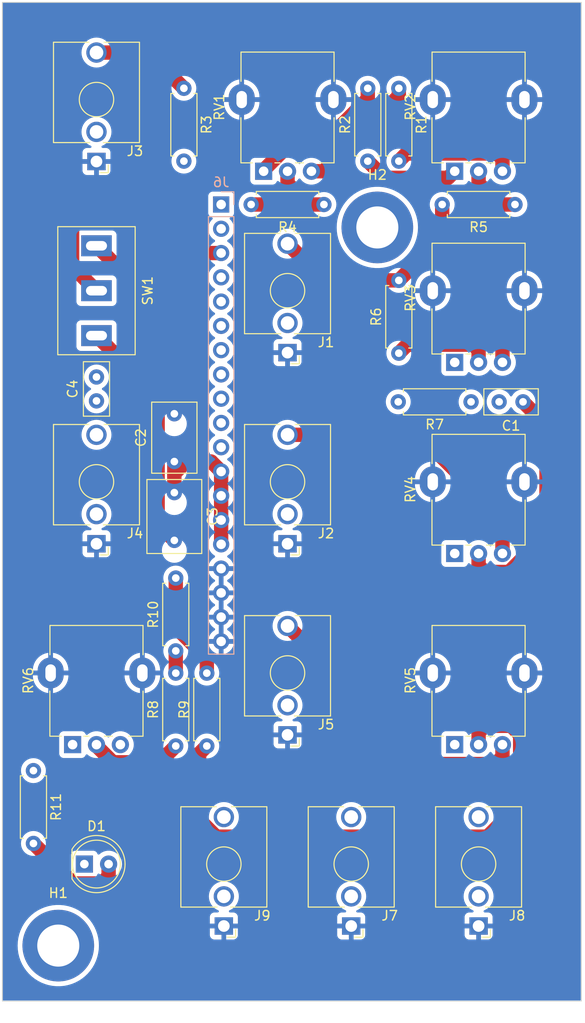
<source format=kicad_pcb>
(kicad_pcb (version 20221018) (generator pcbnew)
  (layers (0 "F.Cu" signal) (31 "B.Cu" signal) (34 "B.Paste" user) (35 "F.Paste" user) (36 "B.SilkS" user "B.Silkscreen") (37 "F.SilkS" user "F.Silkscreen") (38 "B.Mask" user) (39 "F.Mask" user) (44 "Edge.Cuts" user))
  (net 0 "")
  (net 1 "GND")
  (net 2 "Net-(SW1-C)")
  (net 3 "Net-(SW1-A)")
  (net 4 "/LED")
  (net 5 "Chassis")
  (net 6 "Net-(J1-PadT)")
  (net 8 "Net-(J2-PadT)")
  (net 10 "Net-(J3-PadT)")
  (net 12 "/HS")
  (net 14 "Net-(J5-PadT)")
  (net 16 "/CV")
  (net 17 "/FM_LIN")
  (net 18 "/CAP")
  (net 19 "/PWM")
  (net 20 "/PULSE")
  (net 21 "/RAMP")
  (net 22 "/TRI")
  (net 23 "+12V")
  (net 24 "-12V")
  (net 28 "Net-(R1-Pad2)")
  (net 29 "Net-(R2-Pad1)")
  (net 30 "Net-(R4-Pad1)")
  (net 31 "Net-(R5-Pad1)")
  (net 32 "Net-(R6-Pad1)")
  (net 33 "Net-(R8-Pad1)")
  (net 34 "Net-(C1-Pad1)")
  (net 35 "Net-(C1-Pad2)")
  (net 36 "Net-(C4-Pad1)")
  (net 37 "Net-(D1-A)")
  (net 38 "Net-(R10-Pad1)")
  (net 39 "Net-(R9-Pad1)")
  (footprint "0_MountingHole:MountingHole_Pitch7.5mm_Drill3.4mm" (layer "F.Cu") (at 143 70.75)
    (fp_text reference "H2" (at 0 -5.5 unlocked) (layer "F.SilkS"))
    (fp_text value "MNT_STANDOFF")
    (pad "1" thru_hole circle (at 0 0) (size 7.5 7.5) (drill 4.4) (layers "*.Cu" "*.Mask"))
  )
  (footprint "0_MountingHole:MountingHole_Pitch7.5mm_Drill3.4mm" (layer "F.Cu") (at 109.6 145.9)
    (fp_text reference "H1" (at 0 -5.5 unlocked) (layer "F.SilkS"))
    (fp_text value "MNT_STANDOFF")
    (pad "1" thru_hole circle (at 0 0) (size 7.5 7.5) (drill 4.4) (layers "*.Cu" "*.Mask"))
  )
  (footprint "0_Capacitor_THT:C_Disc_D5.5mm_W2.5mm_P2.50mm" (layer "F.Cu") (at 158.25 89 180)
    (fp_text reference "C1" (at 1.25 -2.5) (layer "F.SilkS"))
    (fp_text value "0.1u")
    (fp_line (start -1.6 -1.37) (end -1.6 1.37) (stroke (width 0.12)) (layer "F.SilkS"))
    (fp_line (start -1.6 -1.37) (end 4.1 -1.37) (stroke (width 0.12)) (layer "F.SilkS"))
    (fp_line (start -1.6 1.37) (end 4.1 1.37) (stroke (width 0.12)) (layer "F.SilkS"))
    (fp_line (start 4.1 -1.37) (end 4.1 1.37) (stroke (width 0.12)) (layer "F.SilkS"))
    (pad "1" thru_hole circle (at 0 0 180) (size 1.6 1.6) (drill 0.8) (layers "*.Cu" "*.Mask") (net 34 "Net-(C1-Pad1)"))
    (pad "2" thru_hole circle (at 2.5 0 180) (size 1.6 1.6) (drill 0.8) (layers "*.Cu" "*.Mask") (net 35 "Net-(C1-Pad2)"))
  )
  (footprint "LED_THT:LED_D5.0mm" (layer "F.Cu") (at 112.33 137.37)
    (fp_text reference "D1" (at 1.27 -3.96) (layer "F.SilkS"))
    (fp_text value "LED")
    (fp_line (start -1.29 -1.545) (end -1.29 1.545) (stroke (width 0.12)) (layer "F.SilkS"))
    (fp_arc (start -1.29 -1.54483) (mid 2.072002 -2.880433) (end 4.26 0.000462) (stroke (width 0.12)) (layer "F.SilkS"))
    (fp_arc (start 4.26 -0.000462) (mid 2.072002 2.880433) (end -1.29 1.54483) (stroke (width 0.12)) (layer "F.SilkS"))
    (fp_circle (center 1.27 0) (end 3.77 0) (stroke (width 0.12)) (fill none) (layer "F.SilkS"))
    (pad "1" thru_hole rect (at 0 0) (size 1.8 1.8) (drill 0.9) (layers "*.Cu" "*.Mask") (net 1 "GND"))
    (pad "2" thru_hole circle (at 2.54 0) (size 1.8 1.8) (drill 0.9) (layers "*.Cu" "*.Mask") (net 37 "Net-(D1-A)"))
  )
  (footprint "Connector_Audio:Jack_3.5mm_QingPu_WQP-PJ398SM_Vertical_CircularHoles" (layer "F.Cu") (at 113.6 63.85 180)
    (fp_text reference "J3" (at -4.03 1.08) (layer "F.SilkS"))
    (fp_text value "AudioJack2_SwitchT")
    (fp_line (start -4.5 1.98) (end -4.5 12.48) (stroke (width 0.12)) (layer "F.SilkS"))
    (fp_line (start -1.23 -1.17) (end -1.23 -0.37) (stroke (width 0.12)) (layer "F.SilkS"))
    (fp_line (start -1.23 -1.17) (end -0.37 -1.17) (stroke (width 0.12)) (layer "F.SilkS"))
    (fp_line (start -0.8 12.48) (end -4.5 12.48) (stroke (width 0.12)) (layer "F.SilkS"))
    (fp_line (start -0.72 1.98) (end -4.5 1.98) (stroke (width 0.12)) (layer "F.SilkS"))
    (fp_line (start 4.5 1.98) (end 0.72 1.98) (stroke (width 0.12)) (layer "F.SilkS"))
    (fp_line (start 4.5 1.98) (end 4.5 12.48) (stroke (width 0.12)) (layer "F.SilkS"))
    (fp_line (start 4.5 12.48) (end 0.8 12.48) (stroke (width 0.12)) (layer "F.SilkS"))
    (fp_circle (center 0 6.48) (end 1.8 6.48) (stroke (width 0.12)) (fill none) (layer "F.SilkS"))
    (pad "S" thru_hole rect (at 0 0) (size 1.93 1.83) (drill 1.22) (layers "*.Cu" "*.Mask") (net 5 "Chassis"))
    (pad "T" thru_hole circle (at 0 11.4) (size 2.13 2.13) (drill 1.43) (layers "*.Cu" "*.Mask") (net 10 "Net-(J3-PadT)"))
    (pad "TN" thru_hole circle (at 0 3.1) (size 2.13 2.13) (drill 1.42) (layers "*.Cu" "*.Mask"))
  )
  (footprint "Connector_Audio:Jack_3.5mm_QingPu_WQP-PJ398SM_Vertical_CircularHoles" (layer "F.Cu") (at 133.6 83.85 180)
    (fp_text reference "J1" (at -4.03 1.08) (layer "F.SilkS"))
    (fp_text value "AudioJack2_SwitchT")
    (fp_line (start -4.5 1.98) (end -4.5 12.48) (stroke (width 0.12)) (layer "F.SilkS"))
    (fp_line (start -1.23 -1.17) (end -1.23 -0.37) (stroke (width 0.12)) (layer "F.SilkS"))
    (fp_line (start -1.23 -1.17) (end -0.37 -1.17) (stroke (width 0.12)) (layer "F.SilkS"))
    (fp_line (start -0.8 12.48) (end -4.5 12.48) (stroke (width 0.12)) (layer "F.SilkS"))
    (fp_line (start -0.72 1.98) (end -4.5 1.98) (stroke (width 0.12)) (layer "F.SilkS"))
    (fp_line (start 4.5 1.98) (end 0.72 1.98) (stroke (width 0.12)) (layer "F.SilkS"))
    (fp_line (start 4.5 1.98) (end 4.5 12.48) (stroke (width 0.12)) (layer "F.SilkS"))
    (fp_line (start 4.5 12.48) (end 0.8 12.48) (stroke (width 0.12)) (layer "F.SilkS"))
    (fp_circle (center 0 6.48) (end 1.8 6.48) (stroke (width 0.12)) (fill none) (layer "F.SilkS"))
    (pad "S" thru_hole rect (at 0 0) (size 1.93 1.83) (drill 1.22) (layers "*.Cu" "*.Mask") (net 5 "Chassis"))
    (pad "T" thru_hole circle (at 0 11.4) (size 2.13 2.13) (drill 1.43) (layers "*.Cu" "*.Mask") (net 6 "Net-(J1-PadT)"))
    (pad "TN" thru_hole circle (at 0 3.1) (size 2.13 2.13) (drill 1.42) (layers "*.Cu" "*.Mask"))
  )
  (footprint "Connector_Audio:Jack_3.5mm_QingPu_WQP-PJ398SM_Vertical_CircularHoles" (layer "F.Cu") (at 153.599999 143.85 180)
    (fp_text reference "J8" (at -4.03 1.08) (layer "F.SilkS"))
    (fp_text value "AudioJack2_SwitchT")
    (fp_line (start -4.5 1.98) (end -4.5 12.48) (stroke (width 0.12)) (layer "F.SilkS"))
    (fp_line (start -1.23 -1.17) (end -1.23 -0.37) (stroke (width 0.12)) (layer "F.SilkS"))
    (fp_line (start -1.23 -1.17) (end -0.37 -1.17) (stroke (width 0.12)) (layer "F.SilkS"))
    (fp_line (start -0.8 12.48) (end -4.5 12.48) (stroke (width 0.12)) (layer "F.SilkS"))
    (fp_line (start -0.72 1.98) (end -4.5 1.98) (stroke (width 0.12)) (layer "F.SilkS"))
    (fp_line (start 4.5 1.98) (end 0.72 1.98) (stroke (width 0.12)) (layer "F.SilkS"))
    (fp_line (start 4.5 1.98) (end 4.5 12.48) (stroke (width 0.12)) (layer "F.SilkS"))
    (fp_line (start 4.5 12.48) (end 0.8 12.48) (stroke (width 0.12)) (layer "F.SilkS"))
    (fp_circle (center 0 6.48) (end 1.8 6.48) (stroke (width 0.12)) (fill none) (layer "F.SilkS"))
    (pad "S" thru_hole rect (at 0 0) (size 1.93 1.83) (drill 1.22) (layers "*.Cu" "*.Mask") (net 5 "Chassis"))
    (pad "T" thru_hole circle (at 0 11.4) (size 2.13 2.13) (drill 1.43) (layers "*.Cu" "*.Mask") (net 21 "/RAMP"))
    (pad "TN" thru_hole circle (at 0 3.1) (size 2.13 2.13) (drill 1.42) (layers "*.Cu" "*.Mask"))
  )
  (footprint "Resistor_THT:R_Axial_DIN0207_L6.3mm_D2.5mm_P7.62mm_Horizontal" (layer "F.Cu") (at 121.9 125.01 90)
    (fp_text reference "R8" (at 3.81 -2.37 90) (layer "F.SilkS"))
    (fp_text value "15k")
    (fp_line (start 0.54 -1.37) (end 7.08 -1.37) (stroke (width 0.12)) (layer "F.SilkS"))
    (fp_line (start 0.54 -1.04) (end 0.54 -1.37) (stroke (width 0.12)) (layer "F.SilkS"))
    (fp_line (start 0.54 1.04) (end 0.54 1.37) (stroke (width 0.12)) (layer "F.SilkS"))
    (fp_line (start 0.54 1.37) (end 7.08 1.37) (stroke (width 0.12)) (layer "F.SilkS"))
    (fp_line (start 7.08 -1.37) (end 7.08 -1.04) (stroke (width 0.12)) (layer "F.SilkS"))
    (fp_line (start 7.08 1.37) (end 7.08 1.04) (stroke (width 0.12)) (layer "F.SilkS"))
    (pad "1" thru_hole circle (at 0 0 90) (size 1.6 1.6) (drill 0.8) (layers "*.Cu" "*.Mask") (net 33 "Net-(R8-Pad1)"))
    (pad "2" thru_hole oval (at 7.62 0 90) (size 1.6 1.6) (drill 0.8) (layers "*.Cu" "*.Mask") (net 38 "Net-(R10-Pad1)"))
  )
  (footprint "0_Capacitor_THT:C_Rect_L7.5mm_W5.5mm_P5.00mm" (layer "F.Cu") (at 121.75 98.5 -90)
    (fp_text reference "C3" (at 2.5 -4 -90) (layer "F.SilkS"))
    (fp_text value "10n")
    (fp_line (start -1.37 -2.87) (end -1.37 2.87) (stroke (width 0.12)) (layer "F.SilkS"))
    (fp_line (start -1.37 -2.87) (end 6.37 -2.87) (stroke (width 0.12)) (layer "F.SilkS"))
    (fp_line (start -1.37 2.87) (end 6.37 2.87) (stroke (width 0.12)) (layer "F.SilkS"))
    (fp_line (start 6.37 -2.87) (end 6.37 2.87) (stroke (width 0.12)) (layer "F.SilkS"))
    (pad "1" thru_hole circle (at 0 0 270) (size 1.6 1.6) (drill 0.8) (layers "*.Cu" "*.Mask") (net 1 "GND"))
    (pad "2" thru_hole circle (at 5 0 270) (size 1.6 1.6) (drill 0.8) (layers "*.Cu" "*.Mask") (net 3 "Net-(SW1-A)"))
  )
  (footprint "Connector_Audio:Jack_3.5mm_QingPu_WQP-PJ398SM_Vertical_CircularHoles" (layer "F.Cu") (at 113.6 103.85 180)
    (fp_text reference "J4" (at -4.03 1.08) (layer "F.SilkS"))
    (fp_text value "AudioJack2_SwitchT")
    (fp_line (start -4.5 1.98) (end -4.5 12.48) (stroke (width 0.12)) (layer "F.SilkS"))
    (fp_line (start -1.23 -1.17) (end -1.23 -0.37) (stroke (width 0.12)) (layer "F.SilkS"))
    (fp_line (start -1.23 -1.17) (end -0.37 -1.17) (stroke (width 0.12)) (layer "F.SilkS"))
    (fp_line (start -0.8 12.48) (end -4.5 12.48) (stroke (width 0.12)) (layer "F.SilkS"))
    (fp_line (start -0.72 1.98) (end -4.5 1.98) (stroke (width 0.12)) (layer "F.SilkS"))
    (fp_line (start 4.5 1.98) (end 0.72 1.98) (stroke (width 0.12)) (layer "F.SilkS"))
    (fp_line (start 4.5 1.98) (end 4.5 12.48) (stroke (width 0.12)) (layer "F.SilkS"))
    (fp_line (start 4.5 12.48) (end 0.8 12.48) (stroke (width 0.12)) (layer "F.SilkS"))
    (fp_circle (center 0 6.48) (end 1.8 6.48) (stroke (width 0.12)) (fill none) (layer "F.SilkS"))
    (pad "S" thru_hole rect (at 0 0) (size 1.93 1.83) (drill 1.22) (layers "*.Cu" "*.Mask") (net 5 "Chassis"))
    (pad "T" thru_hole circle (at 0 11.4) (size 2.13 2.13) (drill 1.43) (layers "*.Cu" "*.Mask") (net 36 "Net-(C4-Pad1)"))
    (pad "TN" thru_hole circle (at 0 3.1) (size 2.13 2.13) (drill 1.42) (layers "*.Cu" "*.Mask"))
  )
  (footprint "Connector_Audio:Jack_3.5mm_QingPu_WQP-PJ398SM_Vertical_CircularHoles" (layer "F.Cu") (at 140.266666 143.85 180)
    (fp_text reference "J7" (at -4.03 1.08) (layer "F.SilkS"))
    (fp_text value "AudioJack2_SwitchT")
    (fp_line (start -4.5 1.98) (end -4.5 12.48) (stroke (width 0.12)) (layer "F.SilkS"))
    (fp_line (start -1.23 -1.17) (end -1.23 -0.37) (stroke (width 0.12)) (layer "F.SilkS"))
    (fp_line (start -1.23 -1.17) (end -0.37 -1.17) (stroke (width 0.12)) (layer "F.SilkS"))
    (fp_line (start -0.8 12.48) (end -4.5 12.48) (stroke (width 0.12)) (layer "F.SilkS"))
    (fp_line (start -0.72 1.98) (end -4.5 1.98) (stroke (width 0.12)) (layer "F.SilkS"))
    (fp_line (start 4.5 1.98) (end 0.72 1.98) (stroke (width 0.12)) (layer "F.SilkS"))
    (fp_line (start 4.5 1.98) (end 4.5 12.48) (stroke (width 0.12)) (layer "F.SilkS"))
    (fp_line (start 4.5 12.48) (end 0.8 12.48) (stroke (width 0.12)) (layer "F.SilkS"))
    (fp_circle (center 0 6.48) (end 1.8 6.48) (stroke (width 0.12)) (fill none) (layer "F.SilkS"))
    (pad "S" thru_hole rect (at 0 0) (size 1.93 1.83) (drill 1.22) (layers "*.Cu" "*.Mask") (net 5 "Chassis"))
    (pad "T" thru_hole circle (at 0 11.4) (size 2.13 2.13) (drill 1.43) (layers "*.Cu" "*.Mask") (net 20 "/PULSE"))
    (pad "TN" thru_hole circle (at 0 3.1) (size 2.13 2.13) (drill 1.42) (layers "*.Cu" "*.Mask"))
  )
  (footprint "Resistor_THT:R_Axial_DIN0207_L6.3mm_D2.5mm_P7.62mm_Horizontal" (layer "F.Cu") (at 137.41 68.35 180)
    (fp_text reference "R4" (at 3.81 -2.37) (layer "F.SilkS"))
    (fp_text value "100k")
    (fp_line (start 0.54 -1.37) (end 7.08 -1.37) (stroke (width 0.12)) (layer "F.SilkS"))
    (fp_line (start 0.54 -1.04) (end 0.54 -1.37) (stroke (width 0.12)) (layer "F.SilkS"))
    (fp_line (start 0.54 1.04) (end 0.54 1.37) (stroke (width 0.12)) (layer "F.SilkS"))
    (fp_line (start 0.54 1.37) (end 7.08 1.37) (stroke (width 0.12)) (layer "F.SilkS"))
    (fp_line (start 7.08 -1.37) (end 7.08 -1.04) (stroke (width 0.12)) (layer "F.SilkS"))
    (fp_line (start 7.08 1.37) (end 7.08 1.04) (stroke (width 0.12)) (layer "F.SilkS"))
    (pad "1" thru_hole circle (at 0 0 180) (size 1.6 1.6) (drill 0.8) (layers "*.Cu" "*.Mask") (net 30 "Net-(R4-Pad1)"))
    (pad "2" thru_hole oval (at 7.62 0 180) (size 1.6 1.6) (drill 0.8) (layers "*.Cu" "*.Mask") (net 16 "/CV"))
  )
  (footprint "0_Potentiometer_THT:Potentiometer_Alpha_RD901F-40-00D_Single_Vertical_MP" (layer "F.Cu") (at 111.1 124.87 90)
    (fp_text reference "RV6" (at 6.71 -4.64 90) (layer "F.SilkS"))
    (fp_text value "10k")
    (fp_line (start 0.88 -2.38) (end 5.6 -2.38) (stroke (width 0.12)) (layer "F.SilkS"))
    (fp_line (start 0.88 -1.19) (end 0.88 -2.37) (stroke (width 0.12)) (layer "F.SilkS"))
    (fp_line (start 0.88 1.71) (end 0.88 1.18) (stroke (width 0.12)) (layer "F.SilkS"))
    (fp_line (start 0.88 4.16) (end 0.88 3.33) (stroke (width 0.12)) (layer "F.SilkS"))
    (fp_line (start 0.88 7.37) (end 0.88 5.88) (stroke (width 0.12)) (layer "F.SilkS"))
    (fp_line (start 0.88 7.37) (end 5.6 7.37) (stroke (width 0.12)) (layer "F.SilkS"))
    (fp_line (start 9.41 -2.37) (end 12.47 -2.37) (stroke (width 0.12)) (layer "F.SilkS"))
    (fp_line (start 9.41 7.37) (end 12.47 7.37) (stroke (width 0.12)) (layer "F.SilkS"))
    (fp_line (start 12.47 7.37) (end 12.47 -2.37) (stroke (width 0.12)) (layer "F.SilkS"))
    (pad "1" thru_hole rect (at 0 0 180) (size 1.8 1.8) (drill 1) (layers "*.Cu" "*.Mask") (net 24 "-12V"))
    (pad "2" thru_hole circle (at 0 2.5 180) (size 1.8 1.8) (drill 1) (layers "*.Cu" "*.Mask") (net 33 "Net-(R8-Pad1)"))
    (pad "3" thru_hole circle (at 0 5 180) (size 1.8 1.8) (drill 1) (layers "*.Cu" "*.Mask") (net 23 "+12V"))
    (pad "MP" thru_hole oval (at 7.5 -2.3 180) (size 2.72 3.24) (drill oval 1.1 1.8) (layers "*.Cu" "*.Mask") (net 5 "Chassis"))
    (pad "MP" thru_hole oval (at 7.5 7.3 180) (size 2.72 3.24) (drill oval 1.1 1.8) (layers "*.Cu" "*.Mask") (net 5 "Chassis"))
  )
  (footprint "Resistor_THT:R_Axial_DIN0207_L6.3mm_D2.5mm_P7.62mm_Horizontal" (layer "F.Cu") (at 125.15 125.01 90)
    (fp_text reference "R9" (at 3.81 -2.37 90) (layer "F.SilkS"))
    (fp_text value "100k")
    (fp_line (start 0.54 -1.37) (end 7.08 -1.37) (stroke (width 0.12)) (layer "F.SilkS"))
    (fp_line (start 0.54 -1.04) (end 0.54 -1.37) (stroke (width 0.12)) (layer "F.SilkS"))
    (fp_line (start 0.54 1.04) (end 0.54 1.37) (stroke (width 0.12)) (layer "F.SilkS"))
    (fp_line (start 0.54 1.37) (end 7.08 1.37) (stroke (width 0.12)) (layer "F.SilkS"))
    (fp_line (start 7.08 -1.37) (end 7.08 -1.04) (stroke (width 0.12)) (layer "F.SilkS"))
    (fp_line (start 7.08 1.37) (end 7.08 1.04) (stroke (width 0.12)) (layer "F.SilkS"))
    (pad "1" thru_hole circle (at 0 0 90) (size 1.6 1.6) (drill 0.8) (layers "*.Cu" "*.Mask") (net 39 "Net-(R9-Pad1)"))
    (pad "2" thru_hole oval (at 7.62 0 90) (size 1.6 1.6) (drill 0.8) (layers "*.Cu" "*.Mask") (net 19 "/PWM"))
  )
  (footprint "Resistor_THT:R_Axial_DIN0207_L6.3mm_D2.5mm_P7.62mm_Horizontal" (layer "F.Cu") (at 152.81 89 180)
    (fp_text reference "R7" (at 3.81 -2.37) (layer "F.SilkS"))
    (fp_text value "1M")
    (fp_line (start 0.54 -1.37) (end 7.08 -1.37) (stroke (width 0.12)) (layer "F.SilkS"))
    (fp_line (start 0.54 -1.04) (end 0.54 -1.37) (stroke (width 0.12)) (layer "F.SilkS"))
    (fp_line (start 0.54 1.04) (end 0.54 1.37) (stroke (width 0.12)) (layer "F.SilkS"))
    (fp_line (start 0.54 1.37) (end 7.08 1.37) (stroke (width 0.12)) (layer "F.SilkS"))
    (fp_line (start 7.08 -1.37) (end 7.08 -1.04) (stroke (width 0.12)) (layer "F.SilkS"))
    (fp_line (start 7.08 1.37) (end 7.08 1.04) (stroke (width 0.12)) (layer "F.SilkS"))
    (pad "1" thru_hole circle (at 0 0 180) (size 1.6 1.6) (drill 0.8) (layers "*.Cu" "*.Mask") (net 35 "Net-(C1-Pad2)"))
    (pad "2" thru_hole oval (at 7.62 0 180) (size 1.6 1.6) (drill 0.8) (layers "*.Cu" "*.Mask") (net 17 "/FM_LIN"))
  )
  (footprint "Resistor_THT:R_Axial_DIN0207_L6.3mm_D2.5mm_P7.62mm_Horizontal" (layer "F.Cu") (at 107 127.59 -90)
    (fp_text reference "R11" (at 3.81 -2.37 90) (layer "F.SilkS"))
    (fp_text value "33k")
    (fp_line (start 0.54 -1.37) (end 7.08 -1.37) (stroke (width 0.12)) (layer "F.SilkS"))
    (fp_line (start 0.54 -1.04) (end 0.54 -1.37) (stroke (width 0.12)) (layer "F.SilkS"))
    (fp_line (start 0.54 1.04) (end 0.54 1.37) (stroke (width 0.12)) (layer "F.SilkS"))
    (fp_line (start 0.54 1.37) (end 7.08 1.37) (stroke (width 0.12)) (layer "F.SilkS"))
    (fp_line (start 7.08 -1.37) (end 7.08 -1.04) (stroke (width 0.12)) (layer "F.SilkS"))
    (fp_line (start 7.08 1.37) (end 7.08 1.04) (stroke (width 0.12)) (layer "F.SilkS"))
    (pad "1" thru_hole circle (at 0 0 270) (size 1.6 1.6) (drill 0.8) (layers "*.Cu" "*.Mask") (net 4 "/LED"))
    (pad "2" thru_hole oval (at 7.62 0 270) (size 1.6 1.6) (drill 0.8) (layers "*.Cu" "*.Mask") (net 37 "Net-(D1-A)"))
  )
  (footprint "0_Capacitor_THT:C_Rect_L7.2mm_W4.5mm_P5.00mm" (layer "F.Cu") (at 121.75 95.25 90)
    (fp_text reference "C2" (at 2.5 -3.5 90) (layer "F.SilkS"))
    (fp_text value "1n")
    (fp_line (start -1.22 -2.37) (end -1.22 2.37) (stroke (width 0.12)) (layer "F.SilkS"))
    (fp_line (start -1.22 -2.37) (end 6.22 -2.37) (stroke (width 0.12)) (layer "F.SilkS"))
    (fp_line (start -1.22 2.37) (end 6.22 2.37) (stroke (width 0.12)) (layer "F.SilkS"))
    (fp_line (start 6.22 -2.37) (end 6.22 2.37) (stroke (width 0.12)) (layer "F.SilkS"))
    (pad "1" thru_hole circle (at 0 0 90) (size 1.6 1.6) (drill 0.8) (layers "*.Cu" "*.Mask") (net 1 "GND"))
    (pad "2" thru_hole circle (at 5 0 90) (size 1.6 1.6) (drill 0.8) (layers "*.Cu" "*.Mask") (net 2 "Net-(SW1-C)"))
  )
  (footprint "Resistor_THT:R_Axial_DIN0207_L6.3mm_D2.5mm_P7.62mm_Horizontal" (layer "F.Cu") (at 121.9 115.06 90)
    (fp_text reference "R10" (at 3.81 -2.37 90) (layer "F.SilkS"))
    (fp_text value "100k")
    (fp_line (start 0.54 -1.37) (end 7.08 -1.37) (stroke (width 0.12)) (layer "F.SilkS"))
    (fp_line (start 0.54 -1.04) (end 0.54 -1.37) (stroke (width 0.12)) (layer "F.SilkS"))
    (fp_line (start 0.54 1.04) (end 0.54 1.37) (stroke (width 0.12)) (layer "F.SilkS"))
    (fp_line (start 0.54 1.37) (end 7.08 1.37) (stroke (width 0.12)) (layer "F.SilkS"))
    (fp_line (start 7.08 -1.37) (end 7.08 -1.04) (stroke (width 0.12)) (layer "F.SilkS"))
    (fp_line (start 7.08 1.37) (end 7.08 1.04) (stroke (width 0.12)) (layer "F.SilkS"))
    (pad "1" thru_hole circle (at 0 0 90) (size 1.6 1.6) (drill 0.8) (layers "*.Cu" "*.Mask") (net 38 "Net-(R10-Pad1)"))
    (pad "2" thru_hole oval (at 7.62 0 90) (size 1.6 1.6) (drill 0.8) (layers "*.Cu" "*.Mask") (net 19 "/PWM"))
  )
  (footprint "0_Capacitor_THT:C_Disc_D5.5mm_W2.5mm_P2.50mm" (layer "F.Cu") (at 113.6 88.9 90)
    (fp_text reference "C4" (at 1.25 -2.5 90) (layer "F.SilkS"))
    (fp_text value "1n")
    (fp_line (start -1.6 -1.37) (end -1.6 1.37) (stroke (width 0.12)) (layer "F.SilkS"))
    (fp_line (start -1.6 -1.37) (end 4.1 -1.37) (stroke (width 0.12)) (layer "F.SilkS"))
    (fp_line (start -1.6 1.37) (end 4.1 1.37) (stroke (width 0.12)) (layer "F.SilkS"))
    (fp_line (start 4.1 -1.37) (end 4.1 1.37) (stroke (width 0.12)) (layer "F.SilkS"))
    (pad "1" thru_hole circle (at 0 0 90) (size 1.6 1.6) (drill 0.8) (layers "*.Cu" "*.Mask") (net 36 "Net-(C4-Pad1)"))
    (pad "2" thru_hole circle (at 2.5 0 90) (size 1.6 1.6) (drill 0.8) (layers "*.Cu" "*.Mask") (net 12 "/HS"))
  )
  (footprint "Resistor_THT:R_Axial_DIN0207_L6.3mm_D2.5mm_P7.62mm_Horizontal" (layer "F.Cu") (at 157.41 68.35 180)
    (fp_text reference "R5" (at 3.81 -2.37) (layer "F.SilkS"))
    (fp_text value "220k")
    (fp_line (start 0.54 -1.37) (end 7.08 -1.37) (stroke (width 0.12)) (layer "F.SilkS"))
    (fp_line (start 0.54 -1.04) (end 0.54 -1.37) (stroke (width 0.12)) (layer "F.SilkS"))
    (fp_line (start 0.54 1.04) (end 0.54 1.37) (stroke (width 0.12)) (layer "F.SilkS"))
    (fp_line (start 0.54 1.37) (end 7.08 1.37) (stroke (width 0.12)) (layer "F.SilkS"))
    (fp_line (start 7.08 -1.37) (end 7.08 -1.04) (stroke (width 0.12)) (layer "F.SilkS"))
    (fp_line (start 7.08 1.37) (end 7.08 1.04) (stroke (width 0.12)) (layer "F.SilkS"))
    (pad "1" thru_hole circle (at 0 0 180) (size 1.6 1.6) (drill 0.8) (layers "*.Cu" "*.Mask") (net 31 "Net-(R5-Pad1)"))
    (pad "2" thru_hole oval (at 7.62 0 180) (size 1.6 1.6) (drill 0.8) (layers "*.Cu" "*.Mask") (net 16 "/CV"))
  )
  (footprint "Resistor_THT:R_Axial_DIN0207_L6.3mm_D2.5mm_P7.62mm_Horizontal" (layer "F.Cu") (at 145.25 56.19 -90)
    (fp_text reference "R1" (at 3.81 -2.37 90) (layer "F.SilkS"))
    (fp_text value "100k")
    (fp_line (start 0.54 -1.37) (end 7.08 -1.37) (stroke (width 0.12)) (layer "F.SilkS"))
    (fp_line (start 0.54 -1.04) (end 0.54 -1.37) (stroke (width 0.12)) (layer "F.SilkS"))
    (fp_line (start 0.54 1.04) (end 0.54 1.37) (stroke (width 0.12)) (layer "F.SilkS"))
    (fp_line (start 0.54 1.37) (end 7.08 1.37) (stroke (width 0.12)) (layer "F.SilkS"))
    (fp_line (start 7.08 -1.37) (end 7.08 -1.04) (stroke (width 0.12)) (layer "F.SilkS"))
    (fp_line (start 7.08 1.37) (end 7.08 1.04) (stroke (width 0.12)) (layer "F.SilkS"))
    (pad "1" thru_hole circle (at 0 0 270) (size 1.6 1.6) (drill 0.8) (layers "*.Cu" "*.Mask") (net 23 "+12V"))
    (pad "2" thru_hole oval (at 7.62 0 270) (size 1.6 1.6) (drill 0.8) (layers "*.Cu" "*.Mask") (net 28 "Net-(R1-Pad2)"))
  )
  (footprint "0_Potentiometer_THT:Potentiometer_Alpha_RD901F-40-00D_Single_Vertical_MP" (layer "F.Cu") (at 131.1 64.87 90)
    (fp_text reference "RV1" (at 6.71 -4.64 90) (layer "F.SilkS"))
    (fp_text value "10k")
    (fp_line (start 0.88 -2.38) (end 5.6 -2.38) (stroke (width 0.12)) (layer "F.SilkS"))
    (fp_line (start 0.88 -1.19) (end 0.88 -2.37) (stroke (width 0.12)) (layer "F.SilkS"))
    (fp_line (start 0.88 1.71) (end 0.88 1.18) (stroke (width 0.12)) (layer "F.SilkS"))
    (fp_line (start 0.88 4.16) (end 0.88 3.33) (stroke (width 0.12)) (layer "F.SilkS"))
    (fp_line (start 0.88 7.37) (end 0.88 5.88) (stroke (width 0.12)) (layer "F.SilkS"))
    (fp_line (start 0.88 7.37) (end 5.6 7.37) (stroke (width 0.12)) (layer "F.SilkS"))
    (fp_line (start 9.41 -2.37) (end 12.47 -2.37) (stroke (width 0.12)) (layer "F.SilkS"))
    (fp_line (start 9.41 7.37) (end 12.47 7.37) (stroke (width 0.12)) (layer "F.SilkS"))
    (fp_line (start 12.47 7.37) (end 12.47 -2.37) (stroke (width 0.12)) (layer "F.SilkS"))
    (pad "1" thru_hole rect (at 0 0 180) (size 1.8 1.8) (drill 1) (layers "*.Cu" "*.Mask") (net 24 "-12V"))
    (pad "2" thru_hole circle (at 0 2.5 180) (size 1.8 1.8) (drill 1) (layers "*.Cu" "*.Mask") (net 30 "Net-(R4-Pad1)"))
    (pad "3" thru_hole circle (at 0 5 180) (size 1.8 1.8) (drill 1) (layers "*.Cu" "*.Mask") (net 23 "+12V"))
    (pad "MP" thru_hole oval (at 7.5 -2.3 180) (size 2.72 3.24) (drill oval 1.1 1.8) (layers "*.Cu" "*.Mask") (net 5 "Chassis"))
    (pad "MP" thru_hole oval (at 7.5 7.3 180) (size 2.72 3.24) (drill oval 1.1 1.8) (layers "*.Cu" "*.Mask") (net 5 "Chassis"))
  )
  (footprint "0_Potentiometer_THT:Potentiometer_Alpha_RD901F-40-00D_Single_Vertical_MP" (layer "F.Cu") (at 151.1 124.87 90)
    (fp_text reference "RV5" (at 6.71 -4.64 90) (layer "F.SilkS"))
    (fp_text value "10k")
    (fp_line (start 0.88 -2.38) (end 5.6 -2.38) (stroke (width 0.12)) (layer "F.SilkS"))
    (fp_line (start 0.88 -1.19) (end 0.88 -2.37) (stroke (width 0.12)) (layer "F.SilkS"))
    (fp_line (start 0.88 1.71) (end 0.88 1.18) (stroke (width 0.12)) (layer "F.SilkS"))
    (fp_line (start 0.88 4.16) (end 0.88 3.33) (stroke (width 0.12)) (layer "F.SilkS"))
    (fp_line (start 0.88 7.37) (end 0.88 5.88) (stroke (width 0.12)) (layer "F.SilkS"))
    (fp_line (start 0.88 7.37) (end 5.6 7.37) (stroke (width 0.12)) (layer "F.SilkS"))
    (fp_line (start 9.41 -2.37) (end 12.47 -2.37) (stroke (width 0.12)) (layer "F.SilkS"))
    (fp_line (start 9.41 7.37) (end 12.47 7.37) (stroke (width 0.12)) (layer "F.SilkS"))
    (fp_line (start 12.47 7.37) (end 12.47 -2.37) (stroke (width 0.12)) (layer "F.SilkS"))
    (pad "1" thru_hole rect (at 0 0 180) (size 1.8 1.8) (drill 1) (layers "*.Cu" "*.Mask") (net 1 "GND"))
    (pad "2" thru_hole circle (at 0 2.5 180) (size 1.8 1.8) (drill 1) (layers "*.Cu" "*.Mask") (net 39 "Net-(R9-Pad1)"))
    (pad "3" thru_hole circle (at 0 5 180) (size 1.8 1.8) (drill 1) (layers "*.Cu" "*.Mask") (net 14 "Net-(J5-PadT)"))
    (pad "MP" thru_hole oval (at 7.5 -2.3 180) (size 2.72 3.24) (drill oval 1.1 1.8) (layers "*.Cu" "*.Mask") (net 5 "Chassis"))
    (pad "MP" thru_hole oval (at 7.5 7.3 180) (size 2.72 3.24) (drill oval 1.1 1.8) (layers "*.Cu" "*.Mask") (net 5 "Chassis"))
  )
  (footprint "Connector_Audio:Jack_3.5mm_QingPu_WQP-PJ398SM_Vertical_CircularHoles" (layer "F.Cu") (at 133.6 123.85 180)
    (fp_text reference "J5" (at -4.03 1.08) (layer "F.SilkS"))
    (fp_text value "AudioJack2_SwitchT")
    (fp_line (start -4.5 1.98) (end -4.5 12.48) (stroke (width 0.12)) (layer "F.SilkS"))
    (fp_line (start -1.23 -1.17) (end -1.23 -0.37) (stroke (width 0.12)) (layer "F.SilkS"))
    (fp_line (start -1.23 -1.17) (end -0.37 -1.17) (stroke (width 0.12)) (layer "F.SilkS"))
    (fp_line (start -0.8 12.48) (end -4.5 12.48) (stroke (width 0.12)) (layer "F.SilkS"))
    (fp_line (start -0.72 1.98) (end -4.5 1.98) (stroke (width 0.12)) (layer "F.SilkS"))
    (fp_line (start 4.5 1.98) (end 0.72 1.98) (stroke (width 0.12)) (layer "F.SilkS"))
    (fp_line (start 4.5 1.98) (end 4.5 12.48) (stroke (width 0.12)) (layer "F.SilkS"))
    (fp_line (start 4.5 12.48) (end 0.8 12.48) (stroke (width 0.12)) (layer "F.SilkS"))
    (fp_circle (center 0 6.48) (end 1.8 6.48) (stroke (width 0.12)) (fill none) (layer "F.SilkS"))
    (pad "S" thru_hole rect (at 0 0) (size 1.93 1.83) (drill 1.22) (layers "*.Cu" "*.Mask") (net 5 "Chassis"))
    (pad "T" thru_hole circle (at 0 11.4) (size 2.13 2.13) (drill 1.43) (layers "*.Cu" "*.Mask") (net 14 "Net-(J5-PadT)"))
    (pad "TN" thru_hole circle (at 0 3.1) (size 2.13 2.13) (drill 1.42) (layers "*.Cu" "*.Mask"))
  )
  (footprint "0_Potentiometer_THT:Potentiometer_Alpha_RD901F-40-00D_Single_Vertical_MP" (layer "F.Cu") (at 151.1 84.87 90)
    (fp_text reference "RV3" (at 6.71 -4.64 90) (layer "F.SilkS"))
    (fp_text value "10k")
    (fp_line (start 0.88 -2.38) (end 5.6 -2.38) (stroke (width 0.12)) (layer "F.SilkS"))
    (fp_line (start 0.88 -1.19) (end 0.88 -2.37) (stroke (width 0.12)) (layer "F.SilkS"))
    (fp_line (start 0.88 1.71) (end 0.88 1.18) (stroke (width 0.12)) (layer "F.SilkS"))
    (fp_line (start 0.88 4.16) (end 0.88 3.33) (stroke (width 0.12)) (layer "F.SilkS"))
    (fp_line (start 0.88 7.37) (end 0.88 5.88) (stroke (width 0.12)) (layer "F.SilkS"))
    (fp_line (start 0.88 7.37) (end 5.6 7.37) (stroke (width 0.12)) (layer "F.SilkS"))
    (fp_line (start 9.41 -2.37) (end 12.47 -2.37) (stroke (width 0.12)) (layer "F.SilkS"))
    (fp_line (start 9.41 7.37) (end 12.47 7.37) (stroke (width 0.12)) (layer "F.SilkS"))
    (fp_line (start 12.47 7.37) (end 12.47 -2.37) (stroke (width 0.12)) (layer "F.SilkS"))
    (pad "1" thru_hole rect (at 0 0 180) (size 1.8 1.8) (drill 1) (layers "*.Cu" "*.Mask") (net 1 "GND"))
    (pad "2" thru_hole circle (at 0 2.5 180) (size 1.8 1.8) (drill 1) (layers "*.Cu" "*.Mask") (net 32 "Net-(R6-Pad1)"))
    (pad "3" thru_hole circle (at 0 5 180) (size 1.8 1.8) (drill 1) (layers "*.Cu" "*.Mask") (net 6 "Net-(J1-PadT)"))
    (pad "MP" thru_hole oval (at 7.5 -2.3 180) (size 2.72 3.24) (drill oval 1.1 1.8) (layers "*.Cu" "*.Mask") (net 5 "Chassis"))
    (pad "MP" thru_hole oval (at 7.5 7.3 180) (size 2.72 3.24) (drill oval 1.1 1.8) (layers "*.Cu" "*.Mask") (net 5 "Chassis"))
  )
  (footprint "Resistor_THT:R_Axial_DIN0207_L6.3mm_D2.5mm_P7.62mm_Horizontal" (layer "F.Cu") (at 122.75 56.19 -90)
    (fp_text reference "R3" (at 3.81 -2.37 90) (layer "F.SilkS"))
    (fp_text value "100k")
    (fp_line (start 0.54 -1.37) (end 7.08 -1.37) (stroke (width 0.12)) (layer "F.SilkS"))
    (fp_line (start 0.54 -1.04) (end 0.54 -1.37) (stroke (width 0.12)) (layer "F.SilkS"))
    (fp_line (start 0.54 1.04) (end 0.54 1.37) (stroke (width 0.12)) (layer "F.SilkS"))
    (fp_line (start 0.54 1.37) (end 7.08 1.37) (stroke (width 0.12)) (layer "F.SilkS"))
    (fp_line (start 7.08 -1.37) (end 7.08 -1.04) (stroke (width 0.12)) (layer "F.SilkS"))
    (fp_line (start 7.08 1.37) (end 7.08 1.04) (stroke (width 0.12)) (layer "F.SilkS"))
    (pad "1" thru_hole circle (at 0 0 270) (size 1.6 1.6) (drill 0.8) (layers "*.Cu" "*.Mask") (net 10 "Net-(J3-PadT)"))
    (pad "2" thru_hole oval (at 7.62 0 270) (size 1.6 1.6) (drill 0.8) (layers "*.Cu" "*.Mask") (net 16 "/CV"))
  )
  (footprint "0_Potentiometer_THT:Potentiometer_Alpha_RD901F-40-00D_Single_Vertical_MP" (layer "F.Cu") (at 151.1 64.87 90)
    (fp_text reference "RV2" (at 6.71 -4.64 90) (layer "F.SilkS"))
    (fp_text value "10k")
    (fp_line (start 0.88 -2.38) (end 5.6 -2.38) (stroke (width 0.12)) (layer "F.SilkS"))
    (fp_line (start 0.88 -1.19) (end 0.88 -2.37) (stroke (width 0.12)) (layer "F.SilkS"))
    (fp_line (start 0.88 1.71) (end 0.88 1.18) (stroke (width 0.12)) (layer "F.SilkS"))
    (fp_line (start 0.88 4.16) (end 0.88 3.33) (stroke (width 0.12)) (layer "F.SilkS"))
    (fp_line (start 0.88 7.37) (end 0.88 5.88) (stroke (width 0.12)) (layer "F.SilkS"))
    (fp_line (start 0.88 7.37) (end 5.6 7.37) (stroke (width 0.12)) (layer "F.SilkS"))
    (fp_line (start 9.41 -2.37) (end 12.47 -2.37) (stroke (width 0.12)) (layer "F.SilkS"))
    (fp_line (start 9.41 7.37) (end 12.47 7.37) (stroke (width 0.12)) (layer "F.SilkS"))
    (fp_line (start 12.47 7.37) (end 12.47 -2.37) (stroke (width 0.12)) (layer "F.SilkS"))
    (pad "1" thru_hole rect (at 0 0 180) (size 1.8 1.8) (drill 1) (layers "*.Cu" "*.Mask") (net 29 "Net-(R2-Pad1)"))
    (pad "2" thru_hole circle (at 0 2.5 180) (size 1.8 1.8) (drill 1) (layers "*.Cu" "*.Mask") (net 31 "Net-(R5-Pad1)"))
    (pad "3" thru_hole circle (at 0 5 180) (size 1.8 1.8) (drill 1) (layers "*.Cu" "*.Mask") (net 28 "Net-(R1-Pad2)"))
    (pad "MP" thru_hole oval (at 7.5 -2.3 180) (size 2.72 3.24) (drill oval 1.1 1.8) (layers "*.Cu" "*.Mask") (net 5 "Chassis"))
    (pad "MP" thru_hole oval (at 7.5 7.3 180) (size 2.72 3.24) (drill oval 1.1 1.8) (layers "*.Cu" "*.Mask") (net 5 "Chassis"))
  )
  (footprint "Connector_Audio:Jack_3.5mm_QingPu_WQP-PJ398SM_Vertical_CircularHoles" (layer "F.Cu") (at 133.6 103.85 180)
    (fp_text reference "J2" (at -4.03 1.08) (layer "F.SilkS"))
    (fp_text value "AudioJack2_SwitchT")
    (fp_line (start -4.5 1.98) (end -4.5 12.48) (stroke (width 0.12)) (layer "F.SilkS"))
    (fp_line (start -1.23 -1.17) (end -1.23 -0.37) (stroke (width 0.12)) (layer "F.SilkS"))
    (fp_line (start -1.23 -1.17) (end -0.37 -1.17) (stroke (width 0.12)) (layer "F.SilkS"))
    (fp_line (start -0.8 12.48) (end -4.5 12.48) (stroke (width 0.12)) (layer "F.SilkS"))
    (fp_line (start -0.72 1.98) (end -4.5 1.98) (stroke (width 0.12)) (layer "F.SilkS"))
    (fp_line (start 4.5 1.98) (end 0.72 1.98) (stroke (width 0.12)) (layer "F.SilkS"))
    (fp_line (start 4.5 1.98) (end 4.5 12.48) (stroke (width 0.12)) (layer "F.SilkS"))
    (fp_line (start 4.5 12.48) (end 0.8 12.48) (stroke (width 0.12)) (layer "F.SilkS"))
    (fp_circle (center 0 6.48) (end 1.8 6.48) (stroke (width 0.12)) (fill none) (layer "F.SilkS"))
    (pad "S" thru_hole rect (at 0 0) (size 1.93 1.83) (drill 1.22) (layers "*.Cu" "*.Mask") (net 5 "Chassis"))
    (pad "T" thru_hole circle (at 0 11.4) (size 2.13 2.13) (drill 1.43) (layers "*.Cu" "*.Mask") (net 8 "Net-(J2-PadT)"))
    (pad "TN" thru_hole circle (at 0 3.1) (size 2.13 2.13) (drill 1.42) (layers "*.Cu" "*.Mask"))
  )
  (footprint "Connector_Audio:Jack_3.5mm_QingPu_WQP-PJ398SM_Vertical_CircularHoles" (layer "F.Cu") (at 126.933333 143.85 180)
    (fp_text reference "J9" (at -4.03 1.08) (layer "F.SilkS"))
    (fp_text value "AudioJack2_SwitchT")
    (fp_line (start -4.5 1.98) (end -4.5 12.48) (stroke (width 0.12)) (layer "F.SilkS"))
    (fp_line (start -1.23 -1.17) (end -1.23 -0.37) (stroke (width 0.12)) (layer "F.SilkS"))
    (fp_line (start -1.23 -1.17) (end -0.37 -1.17) (stroke (width 0.12)) (layer "F.SilkS"))
    (fp_line (start -0.8 12.48) (end -4.5 12.48) (stroke (width 0.12)) (layer "F.SilkS"))
    (fp_line (start -0.72 1.98) (end -4.5 1.98) (stroke (width 0.12)) (layer "F.SilkS"))
    (fp_line (start 4.5 1.98) (end 0.72 1.98) (stroke (width 0.12)) (layer "F.SilkS"))
    (fp_line (start 4.5 1.98) (end 4.5 12.48) (stroke (width 0.12)) (layer "F.SilkS"))
    (fp_line (start 4.5 12.48) (end 0.8 12.48) (stroke (width 0.12)) (layer "F.SilkS"))
    (fp_circle (center 0 6.48) (end 1.8 6.48) (stroke (width 0.12)) (fill none) (layer "F.SilkS"))
    (pad "S" thru_hole rect (at 0 0) (size 1.93 1.83) (drill 1.22) (layers "*.Cu" "*.Mask") (net 5 "Chassis"))
    (pad "T" thru_hole circle (at 0 11.4) (size 2.13 2.13) (drill 1.43) (layers "*.Cu" "*.Mask") (net 22 "/TRI"))
    (pad "TN" thru_hole circle (at 0 3.1) (size 2.13 2.13) (drill 1.42) (layers "*.Cu" "*.Mask"))
  )
  (footprint "Resistor_THT:R_Axial_DIN0207_L6.3mm_D2.5mm_P7.62mm_Horizontal" (layer "F.Cu") (at 145.25 83.91 90)
    (fp_text reference "R6" (at 3.81 -2.37 90) (layer "F.SilkS"))
    (fp_text value "100k")
    (fp_line (start 0.54 -1.37) (end 7.08 -1.37) (stroke (width 0.12)) (layer "F.SilkS"))
    (fp_line (start 0.54 -1.04) (end 0.54 -1.37) (stroke (width 0.12)) (layer "F.SilkS"))
    (fp_line (start 0.54 1.04) (end 0.54 1.37) (stroke (width 0.12)) (layer "F.SilkS"))
    (fp_line (start 0.54 1.37) (end 7.08 1.37) (stroke (width 0.12)) (layer "F.SilkS"))
    (fp_line (start 7.08 -1.37) (end 7.08 -1.04) (stroke (width 0.12)) (layer "F.SilkS"))
    (fp_line (start 7.08 1.37) (end 7.08 1.04) (stroke (width 0.12)) (layer "F.SilkS"))
    (pad "1" thru_hole circle (at 0 0 90) (size 1.6 1.6) (drill 0.8) (layers "*.Cu" "*.Mask") (net 32 "Net-(R6-Pad1)"))
    (pad "2" thru_hole oval (at 7.62 0 90) (size 1.6 1.6) (drill 0.8) (layers "*.Cu" "*.Mask") (net 16 "/CV"))
  )
  (footprint "Resistor_THT:R_Axial_DIN0207_L6.3mm_D2.5mm_P7.62mm_Horizontal" (layer "F.Cu") (at 142 63.81 90)
    (fp_text reference "R2" (at 3.81 -2.37 90) (layer "F.SilkS"))
    (fp_text value "100k")
    (fp_line (start 0.54 -1.37) (end 7.08 -1.37) (stroke (width 0.12)) (layer "F.SilkS"))
    (fp_line (start 0.54 -1.04) (end 0.54 -1.37) (stroke (width 0.12)) (layer "F.SilkS"))
    (fp_line (start 0.54 1.04) (end 0.54 1.37) (stroke (width 0.12)) (layer "F.SilkS"))
    (fp_line (start 0.54 1.37) (end 7.08 1.37) (stroke (width 0.12)) (layer "F.SilkS"))
    (fp_line (start 7.08 -1.37) (end 7.08 -1.04) (stroke (width 0.12)) (layer "F.SilkS"))
    (fp_line (start 7.08 1.37) (end 7.08 1.04) (stroke (width 0.12)) (layer "F.SilkS"))
    (pad "1" thru_hole circle (at 0 0 90) (size 1.6 1.6) (drill 0.8) (layers "*.Cu" "*.Mask") (net 29 "Net-(R2-Pad1)"))
    (pad "2" thru_hole oval (at 7.62 0 90) (size 1.6 1.6) (drill 0.8) (layers "*.Cu" "*.Mask") (net 24 "-12V"))
  )
  (footprint "0_Potentiometer_THT:Potentiometer_Alpha_RD901F-40-00D_Single_Vertical_MP" (layer "F.Cu") (at 151.1 104.87 90)
    (fp_text reference "RV4" (at 6.71 -4.64 90) (layer "F.SilkS"))
    (fp_text value "10k")
    (fp_line (start 0.88 -2.38) (end 5.6 -2.38) (stroke (width 0.12)) (layer "F.SilkS"))
    (fp_line (start 0.88 -1.19) (end 0.88 -2.37) (stroke (width 0.12)) (layer "F.SilkS"))
    (fp_line (start 0.88 1.71) (end 0.88 1.18) (stroke (width 0.12)) (layer "F.SilkS"))
    (fp_line (start 0.88 4.16) (end 0.88 3.33) (stroke (width 0.12)) (layer "F.SilkS"))
    (fp_line (start 0.88 7.37) (end 0.88 5.88) (stroke (width 0.12)) (layer "F.SilkS"))
    (fp_line (start 0.88 7.37) (end 5.6 7.37) (stroke (width 0.12)) (layer "F.SilkS"))
    (fp_line (start 9.41 -2.37) (end 12.47 -2.37) (stroke (width 0.12)) (layer "F.SilkS"))
    (fp_line (start 9.41 7.37) (end 12.47 7.37) (stroke (width 0.12)) (layer "F.SilkS"))
    (fp_line (start 12.47 7.37) (end 12.47 -2.37) (stroke (width 0.12)) (layer "F.SilkS"))
    (pad "1" thru_hole rect (at 0 0 180) (size 1.8 1.8) (drill 1) (layers "*.Cu" "*.Mask") (net 1 "GND"))
    (pad "2" thru_hole circle (at 0 2.5 180) (size 1.8 1.8) (drill 1) (layers "*.Cu" "*.Mask") (net 34 "Net-(C1-Pad1)"))
    (pad "3" thru_hole circle (at 0 5 180) (size 1.8 1.8) (drill 1) (layers "*.Cu" "*.Mask") (net 8 "Net-(J2-PadT)"))
    (pad "MP" thru_hole oval (at 7.5 -2.3 180) (size 2.72 3.24) (drill oval 1.1 1.8) (layers "*.Cu" "*.Mask") (net 5 "Chassis"))
    (pad "MP" thru_hole oval (at 7.5 7.3 180) (size 2.72 3.24) (drill oval 1.1 1.8) (layers "*.Cu" "*.Mask") (net 5 "Chassis"))
  )
  (footprint "0_Switch_THT:MTS-102_MTS-103_MTS-112_MTS-113_MTS-123" (layer "F.Cu") (at 113.6 77.37 90)
    (fp_text reference "SW1" (at 0 5.36 90) (layer "F.SilkS"))
    (fp_text value "SW_SPDT")
    (fp_line (start -6.7 -4.05) (end 6.7 -4.05) (stroke (width 0.12)) (layer "F.SilkS"))
    (fp_line (start -6.7 4.05) (end -6.7 -4.05) (stroke (width 0.12)) (layer "F.SilkS"))
    (fp_line (start 6.7 -4.05) (end 6.7 4.05) (stroke (width 0.12)) (layer "F.SilkS"))
    (fp_line (start 6.7 4.05) (end -6.7 4.05) (stroke (width 0.12)) (layer "F.SilkS"))
    (pad "1" thru_hole rect (at -4.7 0 90) (size 2.2 3.2) (drill oval 1 2.2) (layers "*.Cu" "*.Mask") (net 3 "Net-(SW1-A)"))
    (pad "2" thru_hole rect (at 0 0 90) (size 2.2 3.2) (drill oval 1 2.2) (layers "*.Cu" "*.Mask") (net 18 "/CAP"))
    (pad "3" thru_hole rect (at 4.7 0 90) (size 2.2 3.2) (drill oval 1 2.2) (layers "*.Cu" "*.Mask") (net 2 "Net-(SW1-C)"))
  )
  (footprint "Connector_PinHeader_2.54mm:PinHeader_1x19_P2.54mm_Vertical" (layer "B.Cu") (at 126.65 68.35 180)
    (fp_text reference "J6" (at 0 2.33) (layer "B.SilkS") (effects (justify mirror)))
    (fp_text value "Conn_01x19")
    (fp_line (start -1.33 -47.05) (end 1.33 -47.05) (stroke (width 0.12)) (layer "B.SilkS"))
    (fp_line (start -1.33 -1.27) (end -1.33 -47.05) (stroke (width 0.12)) (layer "B.SilkS"))
    (fp_line (start -1.33 -1.27) (end 1.33 -1.27) (stroke (width 0.12)) (layer "B.SilkS"))
    (fp_line (start -1.33 0) (end -1.33 1.33) (stroke (width 0.12)) (layer "B.SilkS"))
    (fp_line (start -1.33 1.33) (end 0 1.33) (stroke (width 0.12)) (layer "B.SilkS"))
    (fp_line (start 1.33 -1.27) (end 1.33 -47.05) (stroke (width 0.12)) (layer "B.SilkS"))
    (pad "1" thru_hole rect (at 0 0 180) (size 1.7 1.7) (drill 1) (layers "*.Cu" "*.Mask") (net 16 "/CV"))
    (pad "2" thru_hole oval (at 0 -2.54 180) (size 1.7 1.7) (drill 1) (layers "*.Cu" "*.Mask") (net 17 "/FM_LIN"))
    (pad "3" thru_hole oval (at 0 -5.08 180) (size 1.7 1.7) (drill 1) (layers "*.Cu" "*.Mask") (net 18 "/CAP"))
    (pad "4" thru_hole oval (at 0 -7.62 180) (size 1.7 1.7) (drill 1) (layers "*.Cu" "*.Mask") (net 12 "/HS"))
    (pad "5" thru_hole oval (at 0 -10.16 180) (size 1.7 1.7) (drill 1) (layers "*.Cu" "*.Mask") (net 19 "/PWM"))
    (pad "6" thru_hole oval (at 0 -12.7 180) (size 1.7 1.7) (drill 1) (layers "*.Cu" "*.Mask") (net 20 "/PULSE"))
    (pad "7" thru_hole oval (at 0 -15.24 180) (size 1.7 1.7) (drill 1) (layers "*.Cu" "*.Mask") (net 21 "/RAMP"))
    (pad "8" thru_hole oval (at 0 -17.78 180) (size 1.7 1.7) (drill 1) (layers "*.Cu" "*.Mask") (net 22 "/TRI"))
    (pad "9" thru_hole oval (at 0 -20.32 180) (size 1.7 1.7) (drill 1) (layers "*.Cu" "*.Mask") (net 4 "/LED"))
    (pad "10" thru_hole oval (at 0 -22.86 180) (size 1.7 1.7) (drill 1) (layers "*.Cu" "*.Mask") (net 23 "+12V"))
    (pad "11" thru_hole oval (at 0 -25.4 180) (size 1.7 1.7) (drill 1) (layers "*.Cu" "*.Mask") (net 24 "-12V"))
    (pad "12" thru_hole oval (at 0 -27.94 180) (size 1.7 1.7) (drill 1) (layers "*.Cu" "*.Mask") (net 1 "GND"))
    (pad "13" thru_hole oval (at 0 -30.48 180) (size 1.7 1.7) (drill 1) (layers "*.Cu" "*.Mask") (net 1 "GND"))
    (pad "14" thru_hole oval (at 0 -33.02 180) (size 1.7 1.7) (drill 1) (layers "*.Cu" "*.Mask") (net 1 "GND"))
    (pad "15" thru_hole oval (at 0 -35.56 180) (size 1.7 1.7) (drill 1) (layers "*.Cu" "*.Mask") (net 1 "GND"))
    (pad "16" thru_hole oval (at 0 -38.1 180) (size 1.7 1.7) (drill 1) (layers "*.Cu" "*.Mask") (net 5 "Chassis"))
    (pad "17" thru_hole oval (at 0 -40.64 180) (size 1.7 1.7) (drill 1) (layers "*.Cu" "*.Mask") (net 5 "Chassis"))
    (pad "18" thru_hole oval (at 0 -43.18 180) (size 1.7 1.7) (drill 1) (layers "*.Cu" "*.Mask") (net 5 "Chassis"))
    (pad "19" thru_hole oval (at 0 -45.72 180) (size 1.7 1.7) (drill 1) (layers "*.Cu" "*.Mask") (net 5 "Chassis"))
  )
  (gr_rect (start 103.75 47.2) (end 164.35 151.7) (stroke (width 0.1)) (fill none) (layer "Edge.Cuts"))
  (segment (start 126.65 96.29) (end 126.65 98.83) (width 1.5) (layer "F.Cu") (net 1))
  (segment (start 121.75 95.25) (end 121.75 96.75) (width 1.5) (layer "F.Cu") (net 1))
  (segment (start 123 95.25) (end 125.61 95.25) (width 1.5) (layer "F.Cu") (net 1))
  (segment (start 121.75 95.25) (end 123 95.25) (width 1.5) (layer "F.Cu") (net 1))
  (segment (start 121.75 96.75) (end 121.75 96.5) (width 1.5) (layer "F.Cu") (net 1))
  (segment (start 126.65 103.91) (end 126.65 101.37) (width 1.5) (layer "F.Cu") (net 1))
  (segment (start 125.61 95.25) (end 126.65 96.29) (width 1.5) (layer "F.Cu") (net 1))
  (segment (start 126.65 98.83) (end 126.65 101.37) (width 1.5) (layer "F.Cu") (net 1))
  (segment (start 121.75 96.75) (end 121.75 98.5) (width 1.5) (layer "F.Cu") (net 1))
  (segment (start 121.75 96.5) (end 123 95.25) (width 1.5) (layer "F.Cu") (net 1))
  (segment (start 121.75 80.82) (end 113.6 72.67) (width 1.5) (layer "F.Cu") (net 2))
  (segment (start 121.75 90.25) (end 121.75 80.82) (width 1.5) (layer "F.Cu") (net 2))
  (segment (start 120 101.75) (end 121.75 103.5) (width 1.5) (layer "F.Cu") (net 3))
  (segment (start 120 88.47) (end 120 101.75) (width 1.5) (layer "F.Cu") (net 3))
  (segment (start 113.6 82.07) (end 120 88.47) (width 1.5) (layer "F.Cu") (net 3))
  (segment (start 154.22 81.32) (end 156.1 83.2) (width 1.5) (layer "F.Cu") (net 6))
  (segment (start 142.47 81.32) (end 154.22 81.32) (width 1.5) (layer "F.Cu") (net 6))
  (segment (start 156.1 83.2) (end 156.1 84.87) (width 1.5) (layer "F.Cu") (net 6))
  (segment (start 133.6 72.45) (end 142.47 81.32) (width 1.5) (layer "F.Cu") (net 6))
  (segment (start 156.1 101.143167) (end 156.1 104.87) (width 1.5) (layer "F.Cu") (net 8))
  (segment (start 133.6 92.45) (end 147.406833 92.45) (width 1.5) (layer "F.Cu") (net 8))
  (segment (start 147.406833 92.45) (end 156.1 101.143167) (width 1.5) (layer "F.Cu") (net 8))
  (segment (start 113.6 52.45) (end 119.01 52.45) (width 1.5) (layer "F.Cu") (net 10))
  (segment (start 119.01 52.45) (end 122.75 56.19) (width 1.5) (layer "F.Cu") (net 10))
  (segment (start 156.1 124.87) (end 156.1 126.142792) (width 1.5) (layer "F.Cu") (net 14))
  (segment (start 148.05 126.9) (end 133.6 112.45) (width 1.5) (layer "F.Cu") (net 14))
  (segment (start 155.342792 126.9) (end 148.05 126.9) (width 1.5) (layer "F.Cu") (net 14))
  (segment (start 156.1 126.142792) (end 155.342792 126.9) (width 1.5) (layer "F.Cu") (net 14))
  (segment (start 141.29 76.29) (end 145.25 76.29) (width 1.5) (layer "F.Cu") (net 16))
  (segment (start 133.35 68.35) (end 141.29 76.29) (width 1.5) (layer "F.Cu") (net 16))
  (segment (start 149.79 71.75) (end 145.25 76.29) (width 1.5) (layer "F.Cu") (net 16))
  (segment (start 149.79 68.35) (end 149.79 71.75) (width 1.5) (layer "F.Cu") (net 16))
  (segment (start 129.79 68.35) (end 133.35 68.35) (width 1.5) (layer "F.Cu") (net 16))
  (segment (start 111.05 74.82) (end 111.05 70.62) (width 1.5) (layer "F.Cu") (net 18))
  (segment (start 113.6 77.37) (end 111.05 74.82) (width 1.5) (layer "F.Cu") (net 18))
  (segment (start 120.18 73.43) (end 126.65 73.43) (width 1.5) (layer "F.Cu") (net 18))
  (segment (start 112.17 69.5) (end 116.25 69.5) (width 1.5) (layer "F.Cu") (net 18))
  (segment (start 116.25 69.5) (end 120.18 73.43) (width 1.5) (layer "F.Cu") (net 18))
  (segment (start 111.05 70.62) (end 112.17 69.5) (width 1.5) (layer "F.Cu") (net 18))
  (segment (start 125.15 115.835126) (end 125.15 117.39) (width 1.5) (layer "F.Cu") (net 19))
  (segment (start 121.9 112.585126) (end 125.15 115.835126) (width 1.5) (layer "F.Cu") (net 19))
  (segment (start 121.9 107.44) (end 121.9 112.585126) (width 1.5) (layer "F.Cu") (net 19))
  (segment (start 137.372792 64.87) (end 145.25 56.992792) (width 1.5) (layer "F.Cu") (net 23))
  (segment (start 145.25 56.992792) (end 145.25 56.19) (width 1.5) (layer "F.Cu") (net 23))
  (segment (start 136.1 64.87) (end 137.372792 64.87) (width 1.5) (layer "F.Cu") (net 23))
  (segment (start 142 57.296833) (end 142 56.19) (width 1.5) (layer "F.Cu") (net 24))
  (segment (start 134.710537 61.143167) (end 138.153666 61.143167) (width 1.5) (layer "F.Cu") (net 24))
  (segment (start 131.1 64.87) (end 131.1 64.753704) (width 1.5) (layer "F.Cu") (net 24))
  (segment (start 138.153666 61.143167) (end 142 57.296833) (width 1.5) (layer "F.Cu") (net 24))
  (segment (start 131.1 64.753704) (end 134.710537 61.143167) (width 1.5) (layer "F.Cu") (net 24))
  (segment (start 145.25 63.81) (end 146.049999 63.010001) (width 1.5) (layer "F.Cu") (net 28))
  (segment (start 155.512793 63.010001) (end 156.1 63.597208) (width 1.5) (layer "F.Cu") (net 28))
  (segment (start 146.049999 63.010001) (end 155.512793 63.010001) (width 1.5) (layer "F.Cu") (net 28))
  (segment (start 156.1 63.597208) (end 156.1 64.87) (width 1.5) (layer "F.Cu") (net 28))
  (segment (start 150.41 65.56) (end 143.75 65.56) (width 1.5) (layer "F.Cu") (net 29))
  (segment (start 143.75 65.56) (end 142 63.81) (width 1.5) (layer "F.Cu") (net 29))
  (segment (start 151.1 64.87) (end 150.41 65.56) (width 1.5) (layer "F.Cu") (net 29))
  (segment (start 133.6 64.87) (end 133.6 66.142792) (width 1.5) (layer "F.Cu") (net 30))
  (segment (start 133.6 66.142792) (end 135.807208 68.35) (width 1.5) (layer "F.Cu") (net 30))
  (segment (start 135.807208 68.35) (end 137.41 68.35) (width 1.5) (layer "F.Cu") (net 30))
  (segment (start 155.807208 68.35) (end 157.41 68.35) (width 1.5) (layer "F.Cu") (net 31))
  (segment (start 153.6 64.87) (end 153.6 66.142792) (width 1.5) (layer "F.Cu") (net 31))
  (segment (start 153.6 66.142792) (end 155.807208 68.35) (width 1.5) (layer "F.Cu") (net 31))
  (segment (start 153.6 84.87) (end 153.6 83.597208) (width 1.5) (layer "F.Cu") (net 32))
  (segment (start 146.14 83.02) (end 145.25 83.91) (width 1.5) (layer "F.Cu") (net 32))
  (segment (start 153.6 83.597208) (end 153.022792 83.02) (width 1.5) (layer "F.Cu") (net 32))
  (segment (start 153.022792 83.02) (end 146.14 83.02) (width 1.5) (layer "F.Cu") (net 32))
  (segment (start 113.6 125) (end 113.6 124.87) (width 1.5) (layer "F.Cu") (net 33))
  (segment (start 115.32 126.72) (end 113.6 125) (width 1.5) (layer "F.Cu") (net 33))
  (segment (start 121.9 125.01) (end 120.19 126.72) (width 1.5) (layer "F.Cu") (net 33))
  (segment (start 120.19 126.72) (end 115.32 126.72) (width 1.5) (layer "F.Cu") (net 33))
  (segment (start 160.71 91.46) (end 160.71 102.876296) (width 1.5) (layer "F.Cu") (net 34))
  (segment (start 156.786296 106.8) (end 154.257208 106.8) (width 1.5) (layer "F.Cu") (net 34))
  (segment (start 154.257208 106.8) (end 153.6 106.142792) (width 1.5) (layer "F.Cu") (net 34))
  (segment (start 160.71 102.876296) (end 156.786296 106.8) (width 1.5) (layer "F.Cu") (net 34))
  (segment (start 153.6 106.142792) (end 153.6 104.87) (width 1.5) (layer "F.Cu") (net 34))
  (segment (start 158.25 89) (end 160.71 91.46) (width 1.5) (layer "F.Cu") (net 34))
  (segment (start 114.112792 139.4) (end 111.19 139.4) (width 1.5) (layer "F.Cu") (net 37))
  (segment (start 114.87 137.37) (end 114.87 138.642792) (width 1.5) (layer "F.Cu") (net 37))
  (segment (start 114.87 138.642792) (end 114.112792 139.4) (width 1.5) (layer "F.Cu") (net 37))
  (segment (start 111.19 139.4) (end 107 135.21) (width 1.5) (layer "F.Cu") (net 37))
  (segment (start 121.9 115.06) (end 121.9 117.39) (width 1.5) (layer "F.Cu") (net 38))
  (segment (start 153.6 124.87) (end 153.6 123.597208) (width 1.5) (layer "F.Cu") (net 39))
  (segment (start 154.297208 122.9) (end 157 122.9) (width 1.5) (layer "F.Cu") (net 39))
  (segment (start 153.6 123.597208) (end 154.297208 122.9) (width 1.5) (layer "F.Cu") (net 39))
  (segment (start 157.95 131.075447) (end 154.525447 134.5) (width 1.5) (layer "F.Cu") (net 39))
  (segment (start 124.350001 125.809999) (end 125.15 125.01) (width 1.5) (layer "F.Cu") (net 39))
  (segment (start 124.350001 132.716309) (end 124.350001 125.809999) (width 1.5) (layer "F.Cu") (net 39))
  (segment (start 157 122.9) (end 157.95 123.85) (width 1.5) (layer "F.Cu") (net 39))
  (segment (start 154.525447 134.5) (end 126.133692 134.5) (width 1.5) (layer "F.Cu") (net 39))
  (segment (start 157.95 123.85) (end 157.95 131.075447) (width 1.5) (layer "F.Cu") (net 39))
  (segment (start 126.133692 134.5) (end 124.350001 132.716309) (width 1.5) (layer "F.Cu") (net 39))
  (zone (net 5) (net_name "Chassis") (layer "B.Cu") (connect_pads (clearance 0.5)) (min_thickness 0.25) (fill yes (thermal_gap 0.5) (thermal_bridge_width 0.5))
    (polygon (pts (xy 103.5 46.95) (xy 164.75 46.95) (xy 164.75 151.95) (xy 103.5 151.95)))
  )
)
</source>
